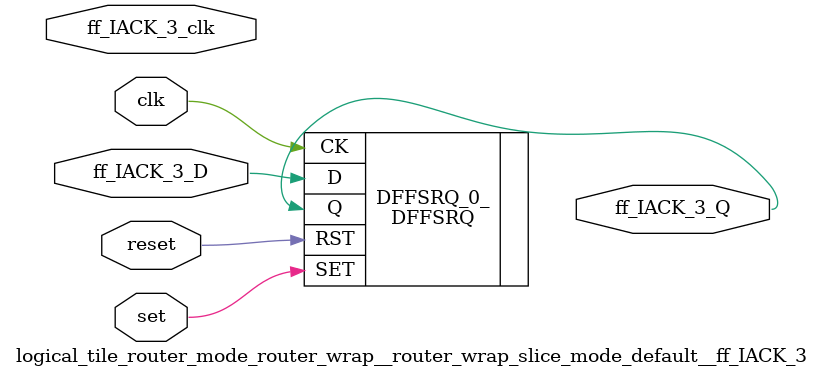
<source format=v>
`default_nettype none

module logical_tile_router_mode_router_wrap__router_wrap_slice_mode_default__ff_IACK_3(set,
                                                                                       reset,
                                                                                       clk,
                                                                                       ff_IACK_3_D,
                                                                                       ff_IACK_3_Q,
                                                                                       ff_IACK_3_clk);
//----- GLOBAL PORTS -----
input [0:0] set;
//----- GLOBAL PORTS -----
input [0:0] reset;
//----- GLOBAL PORTS -----
input [0:0] clk;
//----- INPUT PORTS -----
input [0:0] ff_IACK_3_D;
//----- OUTPUT PORTS -----
output [0:0] ff_IACK_3_Q;
//----- CLOCK PORTS -----
input [0:0] ff_IACK_3_clk;

//----- BEGIN wire-connection ports -----
wire [0:0] ff_IACK_3_D;
wire [0:0] ff_IACK_3_Q;
wire [0:0] ff_IACK_3_clk;
//----- END wire-connection ports -----


//----- BEGIN Registered ports -----
//----- END Registered ports -----



// ----- BEGIN Local short connections -----
// ----- END Local short connections -----
// ----- BEGIN Local output short connections -----
// ----- END Local output short connections -----

	DFFSRQ DFFSRQ_0_ (
		.SET(set),
		.RST(reset),
		.CK(clk),
		.D(ff_IACK_3_D),
		.Q(ff_IACK_3_Q));

endmodule
// ----- END Verilog module for logical_tile_router_mode_router_wrap__router_wrap_slice_mode_default__ff_IACK_3 -----

//----- Default net type -----
`default_nettype wire




</source>
